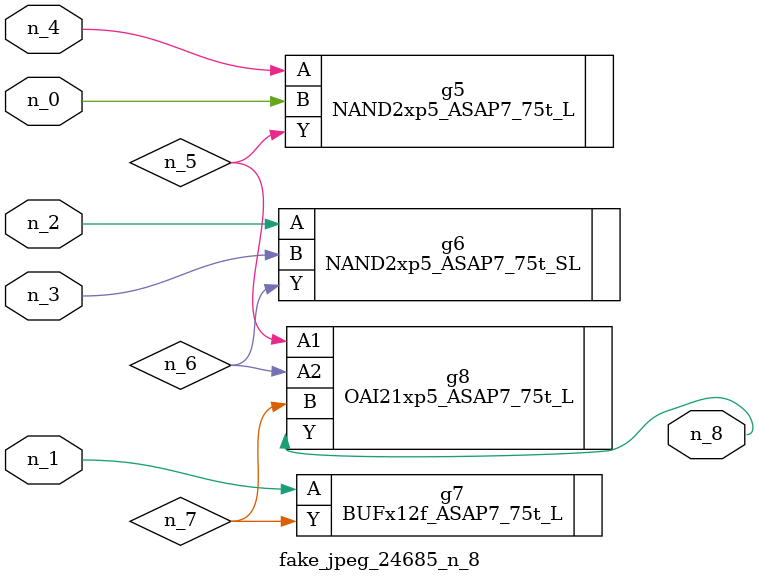
<source format=v>
module fake_jpeg_24685_n_8 (n_3, n_2, n_1, n_0, n_4, n_8);

input n_3;
input n_2;
input n_1;
input n_0;
input n_4;

output n_8;

wire n_6;
wire n_5;
wire n_7;

NAND2xp5_ASAP7_75t_L g5 ( 
.A(n_4),
.B(n_0),
.Y(n_5)
);

NAND2xp5_ASAP7_75t_SL g6 ( 
.A(n_2),
.B(n_3),
.Y(n_6)
);

BUFx12f_ASAP7_75t_L g7 ( 
.A(n_1),
.Y(n_7)
);

OAI21xp5_ASAP7_75t_L g8 ( 
.A1(n_5),
.A2(n_6),
.B(n_7),
.Y(n_8)
);


endmodule
</source>
